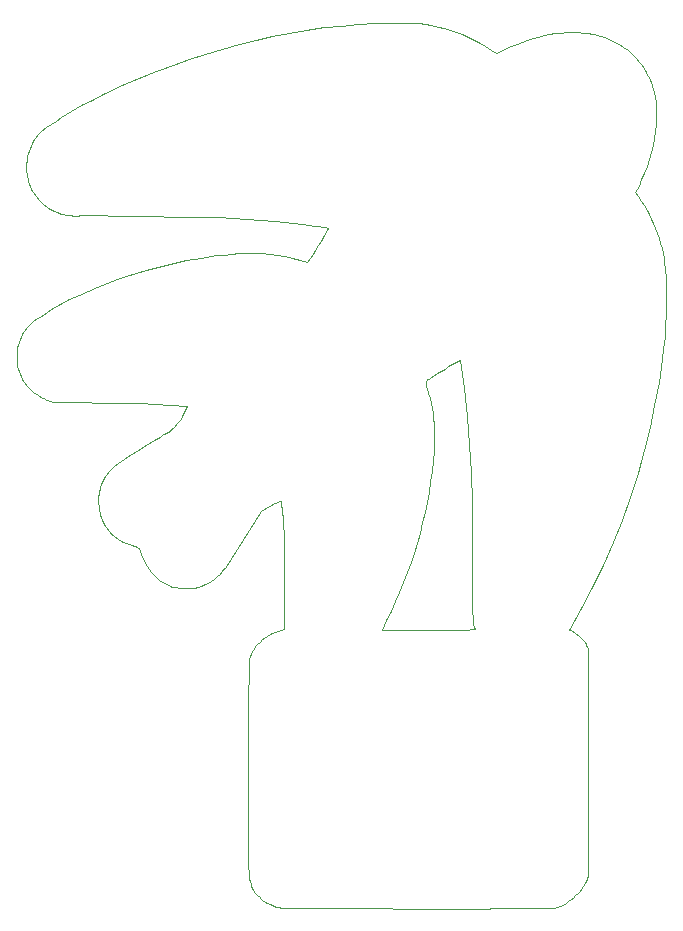
<source format=gm1>
G04 #@! TF.GenerationSoftware,KiCad,Pcbnew,(6.0.10-0)*
G04 #@! TF.CreationDate,2023-09-19T21:25:39+02:00*
G04 #@! TF.ProjectId,SwiftLeeds,53776966-744c-4656-9564-732e6b696361,rev?*
G04 #@! TF.SameCoordinates,Original*
G04 #@! TF.FileFunction,Profile,NP*
%FSLAX46Y46*%
G04 Gerber Fmt 4.6, Leading zero omitted, Abs format (unit mm)*
G04 Created by KiCad (PCBNEW (6.0.10-0)) date 2023-09-19 21:25:39*
%MOMM*%
%LPD*%
G01*
G04 APERTURE LIST*
G04 #@! TA.AperFunction,Profile*
%ADD10C,0.052916*%
G04 #@! TD*
G04 APERTURE END LIST*
D10*
X145466419Y-40459428D02*
X145466084Y-40459482D01*
X145466419Y-40459428D02*
X145466419Y-40459428D01*
X145737223Y-40458685D02*
X145466419Y-40459428D01*
X145872620Y-40458901D02*
X145737223Y-40458685D01*
X146008015Y-40460122D02*
X145872620Y-40458901D01*
X146008015Y-40460122D02*
X146008015Y-40460122D01*
X146557761Y-40454779D02*
X146008015Y-40460122D01*
X147106252Y-40473331D02*
X146557761Y-40454779D01*
X147652706Y-40515412D02*
X147106252Y-40473331D01*
X148196344Y-40580658D02*
X147652706Y-40515412D01*
X148736386Y-40668702D02*
X148196344Y-40580658D01*
X149272053Y-40779180D02*
X148736386Y-40668702D01*
X149802564Y-40911727D02*
X149272053Y-40779180D01*
X150327139Y-41065977D02*
X149802564Y-40911727D01*
X150844999Y-41241564D02*
X150327139Y-41065977D01*
X151355364Y-41438124D02*
X150844999Y-41241564D01*
X151857454Y-41655292D02*
X151355364Y-41438124D01*
X152350489Y-41892701D02*
X151857454Y-41655292D01*
X152833689Y-42149987D02*
X152350489Y-41892701D01*
X153306274Y-42426785D02*
X152833689Y-42149987D01*
X153767464Y-42722729D02*
X153306274Y-42426785D01*
X154216480Y-43037454D02*
X153767464Y-42722729D01*
X154216480Y-43037454D02*
X154216480Y-43037454D01*
X154643567Y-42822611D02*
X154216480Y-43037454D01*
X155076967Y-42616921D02*
X154643567Y-42822611D01*
X155516306Y-42421478D02*
X155076967Y-42616921D01*
X155961207Y-42237373D02*
X155516306Y-42421478D01*
X156411292Y-42065701D02*
X155961207Y-42237373D01*
X156866186Y-41907554D02*
X156411292Y-42065701D01*
X157325512Y-41764024D02*
X156866186Y-41907554D01*
X157788893Y-41636205D02*
X157325512Y-41764024D01*
X158255953Y-41525190D02*
X157788893Y-41636205D01*
X158726315Y-41432071D02*
X158255953Y-41525190D01*
X159199602Y-41357941D02*
X158726315Y-41432071D01*
X159675439Y-41303893D02*
X159199602Y-41357941D01*
X160153448Y-41271020D02*
X159675439Y-41303893D01*
X160633253Y-41260415D02*
X160153448Y-41271020D01*
X161114477Y-41273171D02*
X160633253Y-41260415D01*
X161596745Y-41310380D02*
X161114477Y-41273171D01*
X161596745Y-41310380D02*
X161596745Y-41310380D01*
X161830110Y-41331885D02*
X161596745Y-41310380D01*
X162062644Y-41361534D02*
X161830110Y-41331885D01*
X162294075Y-41399219D02*
X162062644Y-41361534D01*
X162524131Y-41444830D02*
X162294075Y-41399219D01*
X162979037Y-41559391D02*
X162524131Y-41444830D01*
X163425193Y-41704340D02*
X162979037Y-41559391D01*
X163860430Y-41878800D02*
X163425193Y-41704340D01*
X164282578Y-42081894D02*
X163860430Y-41878800D01*
X164689468Y-42312744D02*
X164282578Y-42081894D01*
X164886514Y-42438303D02*
X164689468Y-42312744D01*
X165078932Y-42570473D02*
X164886514Y-42438303D01*
X165266451Y-42709143D02*
X165078932Y-42570473D01*
X165448800Y-42854204D02*
X165266451Y-42709143D01*
X165625708Y-43005546D02*
X165448800Y-42854204D01*
X165796904Y-43163060D02*
X165625708Y-43005546D01*
X165962116Y-43326636D02*
X165796904Y-43163060D01*
X166121073Y-43496163D02*
X165962116Y-43326636D01*
X166273505Y-43671534D02*
X166121073Y-43496163D01*
X166419140Y-43852637D02*
X166273505Y-43671534D01*
X166557707Y-44039364D02*
X166419140Y-43852637D01*
X166688934Y-44231604D02*
X166557707Y-44039364D01*
X166812552Y-44429248D02*
X166688934Y-44231604D01*
X166928288Y-44632187D02*
X166812552Y-44429248D01*
X167035872Y-44840310D02*
X166928288Y-44632187D01*
X167135031Y-45053508D02*
X167035872Y-44840310D01*
X167225496Y-45271672D02*
X167135031Y-45053508D01*
X167306996Y-45494691D02*
X167225496Y-45271672D01*
X167306996Y-45494691D02*
X167306996Y-45494691D01*
X167495083Y-46078328D02*
X167306996Y-45494691D01*
X167635408Y-46667565D02*
X167495083Y-46078328D01*
X167730536Y-47261154D02*
X167635408Y-46667565D01*
X167783032Y-47857848D02*
X167730536Y-47261154D01*
X167795460Y-48456400D02*
X167783032Y-47857848D01*
X167770387Y-49055563D02*
X167795460Y-48456400D01*
X167710376Y-49654089D02*
X167770387Y-49055563D01*
X167617993Y-50250732D02*
X167710376Y-49654089D01*
X167495802Y-50844244D02*
X167617993Y-50250732D01*
X167346368Y-51433378D02*
X167495802Y-50844244D01*
X167172257Y-52016886D02*
X167346368Y-51433378D01*
X166976032Y-52593522D02*
X167172257Y-52016886D01*
X166760260Y-53162039D02*
X166976032Y-52593522D01*
X166527505Y-53721188D02*
X166760260Y-53162039D01*
X166280332Y-54269724D02*
X166527505Y-53721188D01*
X166021305Y-54806398D02*
X166280332Y-54269724D01*
X166021305Y-54806398D02*
X166021305Y-54806398D01*
X166272746Y-55161502D02*
X166021305Y-54806398D01*
X166513452Y-55523993D02*
X166272746Y-55161502D01*
X166742965Y-55893567D02*
X166513452Y-55523993D01*
X166960830Y-56269922D02*
X166742965Y-55893567D01*
X167166591Y-56652756D02*
X166960830Y-56269922D01*
X167359791Y-57041766D02*
X167166591Y-56652756D01*
X167539975Y-57436651D02*
X167359791Y-57041766D01*
X167706684Y-57837107D02*
X167539975Y-57436651D01*
X167859465Y-58242833D02*
X167706684Y-57837107D01*
X167997859Y-58653525D02*
X167859465Y-58242833D01*
X168121411Y-59068883D02*
X167997859Y-58653525D01*
X168229665Y-59488602D02*
X168121411Y-59068883D01*
X168322163Y-59912382D02*
X168229665Y-59488602D01*
X168398451Y-60339919D02*
X168322163Y-59912382D01*
X168458072Y-60770911D02*
X168398451Y-60339919D01*
X168500569Y-61205057D02*
X168458072Y-60770911D01*
X168500569Y-61205057D02*
X168500569Y-61205057D01*
X168570250Y-62177301D02*
X168500569Y-61205057D01*
X168608780Y-63149582D02*
X168570250Y-62177301D01*
X168617727Y-64121608D02*
X168608780Y-63149582D01*
X168598656Y-65093084D02*
X168617727Y-64121608D01*
X168553135Y-66063718D02*
X168598656Y-65093084D01*
X168482732Y-67033218D02*
X168553135Y-66063718D01*
X168389012Y-68001290D02*
X168482732Y-67033218D01*
X168273543Y-68967642D02*
X168389012Y-68001290D01*
X167983625Y-70894013D02*
X168273543Y-68967642D01*
X167625514Y-72809987D02*
X167983625Y-70894013D01*
X167211746Y-74713221D02*
X167625514Y-72809987D01*
X166754856Y-76601373D02*
X167211746Y-74713221D01*
X166754856Y-76601373D02*
X166754856Y-76601373D01*
X166489793Y-77603173D02*
X166754856Y-76601373D01*
X166205185Y-78599102D02*
X166489793Y-77603173D01*
X165579023Y-80572801D02*
X166205185Y-78599102D01*
X164879734Y-82521388D02*
X165579023Y-80572801D01*
X164110686Y-84443780D02*
X164879734Y-82521388D01*
X163275242Y-86338894D02*
X164110686Y-84443780D01*
X162376768Y-88205646D02*
X163275242Y-86338894D01*
X161418630Y-90042953D02*
X162376768Y-88205646D01*
X160404194Y-91849733D02*
X161418630Y-90042953D01*
X160404194Y-91849733D02*
X160404194Y-91849733D01*
X160535290Y-91910213D02*
X160404194Y-91849733D01*
X160663067Y-91976233D02*
X160535290Y-91910213D01*
X160787326Y-92047676D02*
X160663067Y-91976233D01*
X160907865Y-92124424D02*
X160787326Y-92047676D01*
X161024486Y-92206359D02*
X160907865Y-92124424D01*
X161136987Y-92293364D02*
X161024486Y-92206359D01*
X161245169Y-92385322D02*
X161136987Y-92293364D01*
X161348831Y-92482114D02*
X161245169Y-92385322D01*
X161447774Y-92583624D02*
X161348831Y-92482114D01*
X161541797Y-92689734D02*
X161447774Y-92583624D01*
X161630701Y-92800327D02*
X161541797Y-92689734D01*
X161714284Y-92915284D02*
X161630701Y-92800327D01*
X161792347Y-93034489D02*
X161714284Y-92915284D01*
X161864689Y-93157824D02*
X161792347Y-93034489D01*
X161931112Y-93285171D02*
X161864689Y-93157824D01*
X161991413Y-93416414D02*
X161931112Y-93285171D01*
X161991413Y-93416414D02*
X161991413Y-93416414D01*
X161996418Y-112593645D02*
X161991413Y-93416414D01*
X161996418Y-112593645D02*
X161996418Y-112593645D01*
X161961287Y-112720787D02*
X161996418Y-112593645D01*
X161921427Y-112845768D02*
X161961287Y-112720787D01*
X161876966Y-112968556D02*
X161921427Y-112845768D01*
X161828032Y-113089119D02*
X161876966Y-112968556D01*
X161717260Y-113323439D02*
X161828032Y-113089119D01*
X161590136Y-113548470D02*
X161717260Y-113323439D01*
X161447683Y-113763957D02*
X161590136Y-113548470D01*
X161290927Y-113969641D02*
X161447683Y-113763957D01*
X161120892Y-114165265D02*
X161290927Y-113969641D01*
X160938605Y-114350572D02*
X161120892Y-114165265D01*
X160745088Y-114525305D02*
X160938605Y-114350572D01*
X160541368Y-114689206D02*
X160745088Y-114525305D01*
X160328469Y-114842018D02*
X160541368Y-114689206D01*
X160107416Y-114983484D02*
X160328469Y-114842018D01*
X159879233Y-115113347D02*
X160107416Y-114983484D01*
X159644946Y-115231349D02*
X159879233Y-115113347D01*
X159405580Y-115337233D02*
X159644946Y-115231349D01*
X159162159Y-115430742D02*
X159405580Y-115337233D01*
X159162159Y-115430742D02*
X159162159Y-115430742D01*
X148215996Y-115452882D02*
X159162159Y-115430742D01*
X142742620Y-115448813D02*
X148215996Y-115452882D01*
X137269489Y-115415239D02*
X142742620Y-115448813D01*
X137269489Y-115415239D02*
X137269489Y-115415239D01*
X137063357Y-115427741D02*
X137269489Y-115415239D01*
X136855495Y-115434107D02*
X137063357Y-115427741D01*
X136646673Y-115433655D02*
X136855495Y-115434107D01*
X136437658Y-115425705D02*
X136646673Y-115433655D01*
X136229217Y-115409576D02*
X136437658Y-115425705D01*
X136022119Y-115384586D02*
X136229217Y-115409576D01*
X135817131Y-115350055D02*
X136022119Y-115384586D01*
X135615021Y-115305301D02*
X135817131Y-115350055D01*
X135416557Y-115249645D02*
X135615021Y-115305301D01*
X135222507Y-115182404D02*
X135416557Y-115249645D01*
X135033639Y-115102898D02*
X135222507Y-115182404D01*
X134850721Y-115010446D02*
X135033639Y-115102898D01*
X134674519Y-114904367D02*
X134850721Y-115010446D01*
X134589178Y-114846005D02*
X134674519Y-114904367D01*
X134505803Y-114783981D02*
X134589178Y-114846005D01*
X134424492Y-114718209D02*
X134505803Y-114783981D01*
X134345340Y-114648605D02*
X134424492Y-114718209D01*
X134268443Y-114575084D02*
X134345340Y-114648605D01*
X134193897Y-114497560D02*
X134268443Y-114575084D01*
X134193897Y-114497560D02*
X134193897Y-114497560D01*
X134108903Y-114430459D02*
X134193897Y-114497560D01*
X134029270Y-114360433D02*
X134108903Y-114430459D01*
X133954819Y-114287609D02*
X134029270Y-114360433D01*
X133885367Y-114212114D02*
X133954819Y-114287609D01*
X133820735Y-114134075D02*
X133885367Y-114212114D01*
X133760740Y-114053619D02*
X133820735Y-114134075D01*
X133705202Y-113970873D02*
X133760740Y-114053619D01*
X133653939Y-113885964D02*
X133705202Y-113970873D01*
X133563517Y-113710164D02*
X133653939Y-113885964D01*
X133488023Y-113527236D02*
X133563517Y-113710164D01*
X133426009Y-113338195D02*
X133488023Y-113527236D01*
X133376027Y-113144058D02*
X133426009Y-113338195D01*
X133336628Y-112945840D02*
X133376027Y-113144058D01*
X133306362Y-112744557D02*
X133336628Y-112945840D01*
X133283782Y-112541225D02*
X133306362Y-112744557D01*
X133267438Y-112336860D02*
X133283782Y-112541225D01*
X133247663Y-111929096D02*
X133267438Y-112336860D01*
X133235447Y-111529390D02*
X133247663Y-111929096D01*
X133235447Y-111529390D02*
X133235447Y-111529390D01*
X133191514Y-107248366D02*
X133235447Y-111529390D01*
X133177351Y-102966693D02*
X133191514Y-107248366D01*
X133200911Y-98685173D02*
X133177351Y-102966693D01*
X133270146Y-94404603D02*
X133200911Y-98685173D01*
X133270146Y-94404603D02*
X133270146Y-94404603D01*
X133305276Y-94278895D02*
X133270146Y-94404603D01*
X133345727Y-94155002D02*
X133305276Y-94278895D01*
X133391345Y-94033033D02*
X133345727Y-94155002D01*
X133441979Y-93913098D02*
X133391345Y-94033033D01*
X133557684Y-93679766D02*
X133441979Y-93913098D01*
X133691624Y-93455882D02*
X133557684Y-93679766D01*
X133842582Y-93242321D02*
X133691624Y-93455882D01*
X134009339Y-93039958D02*
X133842582Y-93242321D01*
X134190677Y-92849669D02*
X134009339Y-93039958D01*
X134385379Y-92672329D02*
X134190677Y-92849669D01*
X134592226Y-92508814D02*
X134385379Y-92672329D01*
X134810000Y-92360000D02*
X134592226Y-92508814D01*
X135037484Y-92226761D02*
X134810000Y-92360000D01*
X135273459Y-92109973D02*
X135037484Y-92226761D01*
X135516707Y-92010511D02*
X135273459Y-92109973D01*
X135766011Y-91929251D02*
X135516707Y-92010511D01*
X136020152Y-91867068D02*
X135766011Y-91929251D01*
X136277912Y-91824838D02*
X136020152Y-91867068D01*
X136277912Y-91824838D02*
X136277912Y-91824838D01*
X136262608Y-86468339D02*
X136277912Y-91824838D01*
X136262608Y-86468339D02*
X136262608Y-86468339D01*
X136245503Y-85773658D02*
X136262608Y-86468339D01*
X136239322Y-85076450D02*
X136245503Y-85773658D01*
X136227648Y-83679719D02*
X136239322Y-85076450D01*
X136206113Y-82982829D02*
X136227648Y-83679719D01*
X136163420Y-82288677D02*
X136206113Y-82982829D01*
X136131632Y-81943038D02*
X136163420Y-82288677D01*
X136091546Y-81598578D02*
X136131632Y-81943038D01*
X136042160Y-81255461D02*
X136091546Y-81598578D01*
X135982472Y-80913850D02*
X136042160Y-81255461D01*
X135982472Y-80913850D02*
X135982472Y-80913850D01*
X135874578Y-80950883D02*
X135982472Y-80913850D01*
X135767865Y-80992064D02*
X135874578Y-80950883D01*
X135662222Y-81036957D02*
X135767865Y-80992064D01*
X135557539Y-81085125D02*
X135662222Y-81036957D01*
X135453706Y-81136131D02*
X135557539Y-81085125D01*
X135350611Y-81189539D02*
X135453706Y-81136131D01*
X135146193Y-81301813D02*
X135350611Y-81189539D01*
X134741349Y-81535964D02*
X135146193Y-81301813D01*
X134539153Y-81650854D02*
X134741349Y-81535964D01*
X134335926Y-81759630D02*
X134539153Y-81650854D01*
X134335926Y-81759630D02*
X134335926Y-81759630D01*
X131224514Y-86580552D02*
X134335926Y-81759630D01*
X131224514Y-86580552D02*
X131224514Y-86580552D01*
X131136000Y-86715524D02*
X131224514Y-86580552D01*
X131041954Y-86845504D02*
X131136000Y-86715524D01*
X130942603Y-86970448D02*
X131041954Y-86845504D01*
X130838174Y-87090308D02*
X130942603Y-86970448D01*
X130614995Y-87314599D02*
X130838174Y-87090308D01*
X130374232Y-87518012D02*
X130614995Y-87314599D01*
X130117705Y-87700181D02*
X130374232Y-87518012D01*
X129847230Y-87860743D02*
X130117705Y-87700181D01*
X129564627Y-87999332D02*
X129847230Y-87860743D01*
X129271713Y-88115583D02*
X129564627Y-87999332D01*
X128970307Y-88209131D02*
X129271713Y-88115583D01*
X128662225Y-88279611D02*
X128970307Y-88209131D01*
X128349286Y-88326658D02*
X128662225Y-88279611D01*
X128033308Y-88349907D02*
X128349286Y-88326658D01*
X127716109Y-88348993D02*
X128033308Y-88349907D01*
X127399506Y-88323552D02*
X127716109Y-88348993D01*
X127085319Y-88273218D02*
X127399506Y-88323552D01*
X126775364Y-88197626D02*
X127085319Y-88273218D01*
X126775364Y-88197626D02*
X126775364Y-88197626D01*
X126641780Y-88150076D02*
X126775364Y-88197626D01*
X126510905Y-88097526D02*
X126641780Y-88150076D01*
X126257391Y-87978026D02*
X126510905Y-88097526D01*
X126015052Y-87840323D02*
X126257391Y-87978026D01*
X125784119Y-87685617D02*
X126015052Y-87840323D01*
X125564821Y-87515107D02*
X125784119Y-87685617D01*
X125357388Y-87329991D02*
X125564821Y-87515107D01*
X125162048Y-87131470D02*
X125357388Y-87329991D01*
X124979033Y-86920741D02*
X125162048Y-87131470D01*
X124808571Y-86699003D02*
X124979033Y-86920741D01*
X124650892Y-86467456D02*
X124808571Y-86699003D01*
X124506227Y-86227298D02*
X124650892Y-86467456D01*
X124374804Y-85979729D02*
X124506227Y-86227298D01*
X124256854Y-85725948D02*
X124374804Y-85979729D01*
X124152606Y-85467153D02*
X124256854Y-85725948D01*
X124062289Y-85204543D02*
X124152606Y-85467153D01*
X123986134Y-84939317D02*
X124062289Y-85204543D01*
X123986134Y-84939317D02*
X123986134Y-84939317D01*
X123887967Y-84886778D02*
X123986134Y-84939317D01*
X123786567Y-84839582D02*
X123887967Y-84886778D01*
X123682441Y-84796794D02*
X123786567Y-84839582D01*
X123576099Y-84757480D02*
X123682441Y-84796794D01*
X123358798Y-84685532D02*
X123576099Y-84757480D01*
X123138732Y-84616260D02*
X123358798Y-84685532D01*
X122919967Y-84542185D02*
X123138732Y-84616260D01*
X122812344Y-84501009D02*
X122919967Y-84542185D01*
X122706571Y-84455829D02*
X122812344Y-84501009D01*
X122603157Y-84405708D02*
X122706571Y-84455829D01*
X122502610Y-84349712D02*
X122603157Y-84405708D01*
X122405440Y-84286906D02*
X122502610Y-84349712D01*
X122312153Y-84216356D02*
X122405440Y-84286906D01*
X122312153Y-84216356D02*
X122312153Y-84216356D01*
X122133458Y-84103380D02*
X122312153Y-84216356D01*
X121963953Y-83980769D02*
X122133458Y-84103380D01*
X121803686Y-83849054D02*
X121963953Y-83980769D01*
X121652703Y-83708767D02*
X121803686Y-83849054D01*
X121511050Y-83560440D02*
X121652703Y-83708767D01*
X121378773Y-83404605D02*
X121511050Y-83560440D01*
X121255919Y-83241794D02*
X121378773Y-83404605D01*
X121142533Y-83072539D02*
X121255919Y-83241794D01*
X121038663Y-82897372D02*
X121142533Y-83072539D01*
X120944354Y-82716825D02*
X121038663Y-82897372D01*
X120859653Y-82531430D02*
X120944354Y-82716825D01*
X120784606Y-82341718D02*
X120859653Y-82531430D01*
X120719259Y-82148222D02*
X120784606Y-82341718D01*
X120663658Y-81951474D02*
X120719259Y-82148222D01*
X120617850Y-81752006D02*
X120663658Y-81951474D01*
X120581882Y-81550350D02*
X120617850Y-81752006D01*
X120555798Y-81347037D02*
X120581882Y-81550350D01*
X120539647Y-81142600D02*
X120555798Y-81347037D01*
X120533473Y-80937570D02*
X120539647Y-81142600D01*
X120537323Y-80732480D02*
X120533473Y-80937570D01*
X120551244Y-80527862D02*
X120537323Y-80732480D01*
X120575282Y-80324247D02*
X120551244Y-80527862D01*
X120609482Y-80122168D02*
X120575282Y-80324247D01*
X120653892Y-79922156D02*
X120609482Y-80122168D01*
X120708558Y-79724744D02*
X120653892Y-79922156D01*
X120773525Y-79530463D02*
X120708558Y-79724744D01*
X120848841Y-79339846D02*
X120773525Y-79530463D01*
X120934551Y-79153424D02*
X120848841Y-79339846D01*
X121030701Y-78971729D02*
X120934551Y-79153424D01*
X121137339Y-78795293D02*
X121030701Y-78971729D01*
X121254509Y-78624649D02*
X121137339Y-78795293D01*
X121382260Y-78460328D02*
X121254509Y-78624649D01*
X121382260Y-78460328D02*
X121382260Y-78460328D01*
X121639796Y-78220026D02*
X121382260Y-78460328D01*
X121906348Y-77991139D02*
X121639796Y-78220026D01*
X122180954Y-77772469D02*
X121906348Y-77991139D01*
X122462656Y-77562818D02*
X122180954Y-77772469D01*
X122750492Y-77360990D02*
X122462656Y-77562818D01*
X123043501Y-77165787D02*
X122750492Y-77360990D01*
X123641200Y-76790464D02*
X123043501Y-77165787D01*
X124856427Y-76066626D02*
X123641200Y-76790464D01*
X125458589Y-75698952D02*
X124856427Y-76066626D01*
X125754945Y-75509485D02*
X125458589Y-75698952D01*
X126046871Y-75314668D02*
X125754945Y-75509485D01*
X126046871Y-75314668D02*
X126046871Y-75314668D01*
X126140192Y-75272190D02*
X126046871Y-75314668D01*
X126231123Y-75226286D02*
X126140192Y-75272190D01*
X126405980Y-75124730D02*
X126231123Y-75226286D01*
X126571764Y-75011071D02*
X126405980Y-75124730D01*
X126728798Y-74886379D02*
X126571764Y-75011071D01*
X126877405Y-74751726D02*
X126728798Y-74886379D01*
X127017907Y-74608180D02*
X126877405Y-74751726D01*
X127150626Y-74456814D02*
X127017907Y-74608180D01*
X127275886Y-74298696D02*
X127150626Y-74456814D01*
X127394007Y-74134898D02*
X127275886Y-74298696D01*
X127505314Y-73966489D02*
X127394007Y-74134898D01*
X127610128Y-73794541D02*
X127505314Y-73966489D01*
X127708771Y-73620124D02*
X127610128Y-73794541D01*
X127801567Y-73444307D02*
X127708771Y-73620124D01*
X127888837Y-73268162D02*
X127801567Y-73444307D01*
X128048092Y-72919168D02*
X127888837Y-73268162D01*
X128048092Y-72919168D02*
X128048092Y-72919168D01*
X126713321Y-72795122D02*
X128048092Y-72919168D01*
X125374607Y-72709666D02*
X126713321Y-72795122D01*
X124032917Y-72654458D02*
X125374607Y-72709666D01*
X122689216Y-72621158D02*
X124032917Y-72654458D01*
X117313603Y-72540208D02*
X122689216Y-72621158D01*
X117313603Y-72540208D02*
X117313603Y-72540208D01*
X117243309Y-72552016D02*
X117313603Y-72540208D01*
X117173692Y-72560948D02*
X117243309Y-72552016D01*
X117104735Y-72567090D02*
X117173692Y-72560948D01*
X117036424Y-72570530D02*
X117104735Y-72567090D01*
X116968741Y-72571354D02*
X117036424Y-72570530D01*
X116901672Y-72569648D02*
X116968741Y-72571354D01*
X116769309Y-72558994D02*
X116901672Y-72569648D01*
X116639209Y-72539260D02*
X116769309Y-72558994D01*
X116511246Y-72511139D02*
X116639209Y-72539260D01*
X116385293Y-72475323D02*
X116511246Y-72511139D01*
X116261223Y-72432504D02*
X116385293Y-72475323D01*
X116138910Y-72383376D02*
X116261223Y-72432504D01*
X116018226Y-72328629D02*
X116138910Y-72383376D01*
X115899047Y-72268958D02*
X116018226Y-72328629D01*
X115781244Y-72205054D02*
X115899047Y-72268958D01*
X115664691Y-72137610D02*
X115781244Y-72205054D01*
X115549263Y-72067318D02*
X115664691Y-72137610D01*
X115321270Y-71920961D02*
X115549263Y-72067318D01*
X115321270Y-71920961D02*
X115321270Y-71920961D01*
X115121985Y-71792762D02*
X115321270Y-71920961D01*
X114935075Y-71652325D02*
X115121985Y-71792762D01*
X114760544Y-71500436D02*
X114935075Y-71652325D01*
X114598395Y-71337877D02*
X114760544Y-71500436D01*
X114448633Y-71165433D02*
X114598395Y-71337877D01*
X114311262Y-70983887D02*
X114448633Y-71165433D01*
X114186286Y-70794022D02*
X114311262Y-70983887D01*
X114073708Y-70596623D02*
X114186286Y-70794022D01*
X113973533Y-70392474D02*
X114073708Y-70596623D01*
X113885765Y-70182357D02*
X113973533Y-70392474D01*
X113810407Y-69967058D02*
X113885765Y-70182357D01*
X113747464Y-69747359D02*
X113810407Y-69967058D01*
X113696940Y-69524044D02*
X113747464Y-69747359D01*
X113658839Y-69297898D02*
X113696940Y-69524044D01*
X113633165Y-69069703D02*
X113658839Y-69297898D01*
X113619921Y-68840245D02*
X113633165Y-69069703D01*
X113619112Y-68610305D02*
X113619921Y-68840245D01*
X113630742Y-68380669D02*
X113619112Y-68610305D01*
X113654814Y-68152120D02*
X113630742Y-68380669D01*
X113691334Y-67925441D02*
X113654814Y-68152120D01*
X113740304Y-67701417D02*
X113691334Y-67925441D01*
X113801729Y-67480831D02*
X113740304Y-67701417D01*
X113875612Y-67264467D02*
X113801729Y-67480831D01*
X113961959Y-67053109D02*
X113875612Y-67264467D01*
X114060772Y-66847540D02*
X113961959Y-67053109D01*
X114172056Y-66648544D02*
X114060772Y-66847540D01*
X114295815Y-66456906D02*
X114172056Y-66648544D01*
X114432053Y-66273408D02*
X114295815Y-66456906D01*
X114580773Y-66098834D02*
X114432053Y-66273408D01*
X114741981Y-65933969D02*
X114580773Y-66098834D01*
X114915679Y-65779596D02*
X114741981Y-65933969D01*
X115101872Y-65636499D02*
X114915679Y-65779596D01*
X115101872Y-65636499D02*
X115101872Y-65636499D01*
X115829316Y-65161087D02*
X115101872Y-65636499D01*
X116570966Y-64710076D02*
X115829316Y-65161087D01*
X117325929Y-64282763D02*
X116570966Y-64710076D01*
X118093315Y-63878444D02*
X117325929Y-64282763D01*
X118872232Y-63496415D02*
X118093315Y-63878444D01*
X119661791Y-63135975D02*
X118872232Y-63496415D01*
X120461099Y-62796418D02*
X119661791Y-63135975D01*
X121269266Y-62477041D02*
X120461099Y-62796418D01*
X122085401Y-62177141D02*
X121269266Y-62477041D01*
X122908613Y-61896014D02*
X122085401Y-62177141D01*
X123738010Y-61632957D02*
X122908613Y-61896014D01*
X124572702Y-61387266D02*
X123738010Y-61632957D01*
X126254407Y-60945169D02*
X124572702Y-61387266D01*
X127946598Y-60564096D02*
X126254407Y-60945169D01*
X127946598Y-60564096D02*
X127946598Y-60564096D01*
X129218503Y-60344473D02*
X127946598Y-60564096D01*
X130507396Y-60157704D02*
X129218503Y-60344473D01*
X131156015Y-60082265D02*
X130507396Y-60157704D01*
X131806243Y-60021790D02*
X131156015Y-60082265D01*
X132457201Y-59978530D02*
X131806243Y-60021790D01*
X133108009Y-59954735D02*
X132457201Y-59978530D01*
X133757787Y-59952655D02*
X133108009Y-59954735D01*
X134405657Y-59974540D02*
X133757787Y-59952655D01*
X135050738Y-60022641D02*
X134405657Y-59974540D01*
X135692152Y-60099208D02*
X135050738Y-60022641D01*
X136329018Y-60206491D02*
X135692152Y-60099208D01*
X136960458Y-60346740D02*
X136329018Y-60206491D01*
X137585592Y-60522206D02*
X136960458Y-60346740D01*
X138203541Y-60735139D02*
X137585592Y-60522206D01*
X138203541Y-60735139D02*
X138203541Y-60735139D01*
X138444310Y-60383764D02*
X138203541Y-60735139D01*
X138680792Y-60028700D02*
X138444310Y-60383764D01*
X138913127Y-59670317D02*
X138680792Y-60028700D01*
X139141451Y-59308987D02*
X138913127Y-59670317D01*
X139365904Y-58945079D02*
X139141451Y-59308987D01*
X139586623Y-58578962D02*
X139365904Y-58945079D01*
X140017414Y-57841585D02*
X139586623Y-58578962D01*
X140017414Y-57841585D02*
X140017414Y-57841585D01*
X139743085Y-57791476D02*
X140017414Y-57841585D01*
X139467696Y-57746360D02*
X139743085Y-57791476D01*
X139191490Y-57705249D02*
X139467696Y-57746360D01*
X138914707Y-57667156D02*
X139191490Y-57705249D01*
X137806645Y-57525194D02*
X138914707Y-57667156D01*
X137806645Y-57525194D02*
X137806645Y-57525194D01*
X135468827Y-57248493D02*
X137806645Y-57525194D01*
X133125633Y-57058895D02*
X135468827Y-57248493D01*
X130778221Y-56938958D02*
X133125633Y-57058895D01*
X128427749Y-56871242D02*
X130778221Y-56938958D01*
X119018429Y-56773782D02*
X128427749Y-56871242D01*
X119018429Y-56773782D02*
X119018429Y-56773782D01*
X118811528Y-56787877D02*
X119018429Y-56773782D01*
X118604701Y-56792691D02*
X118811528Y-56787877D01*
X118398366Y-56788165D02*
X118604701Y-56792691D01*
X118192942Y-56774240D02*
X118398366Y-56788165D01*
X117988848Y-56750856D02*
X118192942Y-56774240D01*
X117786503Y-56717954D02*
X117988848Y-56750856D01*
X117586325Y-56675475D02*
X117786503Y-56717954D01*
X117388733Y-56623358D02*
X117586325Y-56675475D01*
X117194147Y-56561545D02*
X117388733Y-56623358D01*
X117002984Y-56489977D02*
X117194147Y-56561545D01*
X116815664Y-56408593D02*
X117002984Y-56489977D01*
X116632606Y-56317336D02*
X116815664Y-56408593D01*
X116454229Y-56216144D02*
X116632606Y-56317336D01*
X116280950Y-56104959D02*
X116454229Y-56216144D01*
X116113190Y-55983722D02*
X116280950Y-56104959D01*
X115951367Y-55852373D02*
X116113190Y-55983722D01*
X115951367Y-55852373D02*
X115951367Y-55852373D01*
X115776410Y-55710831D02*
X115951367Y-55852373D01*
X115612094Y-55559946D02*
X115776410Y-55710831D01*
X115458434Y-55400311D02*
X115612094Y-55559946D01*
X115315443Y-55232520D02*
X115458434Y-55400311D01*
X115183135Y-55057166D02*
X115315443Y-55232520D01*
X115061523Y-54874843D02*
X115183135Y-55057166D01*
X114950622Y-54686143D02*
X115061523Y-54874843D01*
X114850445Y-54491659D02*
X114950622Y-54686143D01*
X114761005Y-54291987D02*
X114850445Y-54491659D01*
X114682318Y-54087717D02*
X114761005Y-54291987D01*
X114614395Y-53879445D02*
X114682318Y-54087717D01*
X114557253Y-53667763D02*
X114614395Y-53879445D01*
X114510903Y-53453264D02*
X114557253Y-53667763D01*
X114475360Y-53236543D02*
X114510903Y-53453264D01*
X114450637Y-53018191D02*
X114475360Y-53236543D01*
X114436749Y-52798804D02*
X114450637Y-53018191D01*
X114433709Y-52578973D02*
X114436749Y-52798804D01*
X114441530Y-52359292D02*
X114433709Y-52578973D01*
X114460228Y-52140355D02*
X114441530Y-52359292D01*
X114489815Y-51922755D02*
X114460228Y-52140355D01*
X114530305Y-51707086D02*
X114489815Y-51922755D01*
X114581712Y-51493939D02*
X114530305Y-51707086D01*
X114644049Y-51283910D02*
X114581712Y-51493939D01*
X114717332Y-51077591D02*
X114644049Y-51283910D01*
X114801572Y-50875575D02*
X114717332Y-51077591D01*
X114896785Y-50678457D02*
X114801572Y-50875575D01*
X115002983Y-50486828D02*
X114896785Y-50678457D01*
X115120181Y-50301284D02*
X115002983Y-50486828D01*
X115248393Y-50122416D02*
X115120181Y-50301284D01*
X115387632Y-49950818D02*
X115248393Y-50122416D01*
X115537911Y-49787084D02*
X115387632Y-49950818D01*
X115699246Y-49631807D02*
X115537911Y-49787084D01*
X115699246Y-49631807D02*
X115699246Y-49631807D01*
X116102651Y-49324200D02*
X115699246Y-49631807D01*
X116513599Y-49027394D02*
X116102651Y-49324200D01*
X116931540Y-48740739D02*
X116513599Y-49027394D01*
X117355926Y-48463581D02*
X116931540Y-48740739D01*
X118221838Y-47935154D02*
X117355926Y-48463581D01*
X119106949Y-47436901D02*
X118221838Y-47935154D01*
X120006870Y-46963607D02*
X119106949Y-47436901D01*
X120917213Y-46510061D02*
X120006870Y-46963607D01*
X122751614Y-45641359D02*
X120917213Y-46510061D01*
X122751614Y-45641359D02*
X122751614Y-45641359D01*
X125458585Y-44524779D02*
X122751614Y-45641359D01*
X126830792Y-44008921D02*
X125458585Y-44524779D01*
X128214550Y-43522952D02*
X126830792Y-44008921D01*
X129609158Y-43068071D02*
X128214550Y-43522952D01*
X131013918Y-42645479D02*
X129609158Y-43068071D01*
X132428130Y-42256376D02*
X131013918Y-42645479D01*
X133851096Y-41901963D02*
X132428130Y-42256376D01*
X135282117Y-41583438D02*
X133851096Y-41901963D01*
X136720494Y-41302003D02*
X135282117Y-41583438D01*
X138165528Y-41058858D02*
X136720494Y-41302003D01*
X139616519Y-40855202D02*
X138165528Y-41058858D01*
X141072769Y-40692237D02*
X139616519Y-40855202D01*
X142533580Y-40571161D02*
X141072769Y-40692237D01*
X143998251Y-40493176D02*
X142533580Y-40571161D01*
X145466084Y-40459482D02*
X143998251Y-40493176D01*
X151140522Y-69035448D02*
X151140537Y-69035493D01*
X151140522Y-69035448D02*
X151140522Y-69035448D01*
X150980034Y-69111915D02*
X151140522Y-69035448D01*
X150819807Y-69192638D02*
X150980034Y-69111915D01*
X150500264Y-69365303D02*
X150819807Y-69192638D01*
X150182137Y-69550344D02*
X150500264Y-69365303D01*
X149865673Y-69744666D02*
X150182137Y-69550344D01*
X149551118Y-69945172D02*
X149865673Y-69744666D01*
X149238716Y-70148764D02*
X149551118Y-69945172D01*
X148621357Y-70552820D02*
X149238716Y-70148764D01*
X148621357Y-70552820D02*
X148621357Y-70552820D01*
X148583092Y-70564828D02*
X148621357Y-70552820D01*
X148547302Y-70578067D02*
X148583092Y-70564828D01*
X148513931Y-70592497D02*
X148547302Y-70578067D01*
X148482925Y-70608078D02*
X148513931Y-70592497D01*
X148454226Y-70624769D02*
X148482925Y-70608078D01*
X148427780Y-70642530D02*
X148454226Y-70624769D01*
X148403529Y-70661321D02*
X148427780Y-70642530D01*
X148381419Y-70681102D02*
X148403529Y-70661321D01*
X148361393Y-70701832D02*
X148381419Y-70681102D01*
X148343394Y-70723471D02*
X148361393Y-70701832D01*
X148327368Y-70745979D02*
X148343394Y-70723471D01*
X148313259Y-70769316D02*
X148327368Y-70745979D01*
X148301010Y-70793441D02*
X148313259Y-70769316D01*
X148290565Y-70818314D02*
X148301010Y-70793441D01*
X148281868Y-70843895D02*
X148290565Y-70818314D01*
X148274864Y-70870143D02*
X148281868Y-70843895D01*
X148269497Y-70897019D02*
X148274864Y-70870143D01*
X148265711Y-70924482D02*
X148269497Y-70897019D01*
X148263449Y-70952492D02*
X148265711Y-70924482D01*
X148262656Y-70981008D02*
X148263449Y-70952492D01*
X148265252Y-71039399D02*
X148262656Y-70981008D01*
X148273052Y-71099334D02*
X148265252Y-71039399D01*
X148285608Y-71160489D02*
X148273052Y-71099334D01*
X148302473Y-71222544D02*
X148285608Y-71160489D01*
X148323200Y-71285175D02*
X148302473Y-71222544D01*
X148347340Y-71348062D02*
X148323200Y-71285175D01*
X148347340Y-71348062D02*
X148347340Y-71348062D01*
X148480064Y-71776104D02*
X148347340Y-71348062D01*
X148595289Y-72207646D02*
X148480064Y-71776104D01*
X148693712Y-72642318D02*
X148595289Y-72207646D01*
X148776028Y-73079750D02*
X148693712Y-72642318D01*
X148842936Y-73519571D02*
X148776028Y-73079750D01*
X148895130Y-73961414D02*
X148842936Y-73519571D01*
X148933309Y-74404906D02*
X148895130Y-73961414D01*
X148958168Y-74849679D02*
X148933309Y-74404906D01*
X148970405Y-75295364D02*
X148958168Y-74849679D01*
X148970717Y-75741589D02*
X148970405Y-75295364D01*
X148959799Y-76187985D02*
X148970717Y-75741589D01*
X148938349Y-76634183D02*
X148959799Y-76187985D01*
X148866638Y-77524504D02*
X148938349Y-76634183D01*
X148761158Y-78409593D02*
X148866638Y-77524504D01*
X148761158Y-78409593D02*
X148761158Y-78409593D01*
X148650175Y-79288392D02*
X148761158Y-78409593D01*
X148516679Y-80163413D02*
X148650175Y-79288392D01*
X148361100Y-81034330D02*
X148516679Y-80163413D01*
X148183867Y-81900818D02*
X148361100Y-81034330D01*
X147985412Y-82762553D02*
X148183867Y-81900818D01*
X147766162Y-83619208D02*
X147985412Y-82762553D01*
X147526548Y-84470459D02*
X147766162Y-83619208D01*
X147267000Y-85315980D02*
X147526548Y-84470459D01*
X146987948Y-86155447D02*
X147267000Y-85315980D01*
X146689821Y-86988534D02*
X146987948Y-86155447D01*
X146373049Y-87814916D02*
X146689821Y-86988534D01*
X146038062Y-88634268D02*
X146373049Y-87814916D01*
X145685289Y-89446265D02*
X146038062Y-88634268D01*
X145315160Y-90250581D02*
X145685289Y-89446265D01*
X144928106Y-91046891D02*
X145315160Y-90250581D01*
X144524555Y-91834871D02*
X144928106Y-91046891D01*
X144524555Y-91834871D02*
X144524555Y-91834871D01*
X146494944Y-91873095D02*
X144524555Y-91834871D01*
X148467236Y-91890839D02*
X146494944Y-91873095D01*
X149453161Y-91886749D02*
X148467236Y-91890839D01*
X150438440Y-91871200D02*
X149453161Y-91886749D01*
X151422700Y-91842079D02*
X150438440Y-91871200D01*
X152405567Y-91797273D02*
X151422700Y-91842079D01*
X152405567Y-91797273D02*
X152405567Y-91797273D01*
X152349925Y-91575276D02*
X152405567Y-91797273D01*
X152305187Y-91350972D02*
X152349925Y-91575276D01*
X152270223Y-91124622D02*
X152305187Y-91350972D01*
X152243899Y-90896483D02*
X152270223Y-91124622D01*
X152225085Y-90666815D02*
X152243899Y-90896483D01*
X152212649Y-90435876D02*
X152225085Y-90666815D01*
X152202385Y-89971224D02*
X152212649Y-90435876D01*
X152208599Y-89038071D02*
X152202385Y-89971224D01*
X152206970Y-88573712D02*
X152208599Y-89038071D01*
X152190113Y-88113595D02*
X152206970Y-88573712D01*
X152190113Y-88113595D02*
X152190113Y-88113595D01*
X152185895Y-83331088D02*
X152190113Y-88113595D01*
X152146093Y-80939105D02*
X152185895Y-83331088D01*
X152066841Y-78548755D02*
X152146093Y-80939105D01*
X151937400Y-76161629D02*
X152066841Y-78548755D01*
X151747030Y-73779317D02*
X151937400Y-76161629D01*
X151484989Y-71403408D02*
X151747030Y-73779317D01*
X151140537Y-69035493D02*
X151484989Y-71403408D01*
M02*

</source>
